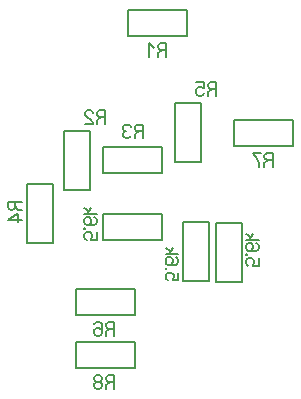
<source format=gbo>
%FSLAX34Y34*%
%MOMM*%
%LNSILK_BOTTOM*%
G71*
G01*
%ADD10C, 0.15*%
%ADD11C, 0.13*%
%ADD12C, 0.14*%
%LPD*%
G54D10*
X241000Y258000D02*
X241000Y236000D01*
X191000Y236000D01*
X191000Y258000D01*
X241000Y258000D01*
G54D10*
X259000Y251000D02*
X281000Y251000D01*
X281000Y201000D01*
X259000Y201000D01*
X259000Y251000D01*
G54D10*
X287000Y250000D02*
X309000Y250000D01*
X309000Y200000D01*
X287000Y200000D01*
X287000Y250000D01*
G54D11*
X322822Y220036D02*
X322822Y213636D01*
X318156Y213636D01*
X318156Y214436D01*
X318822Y216036D01*
X318822Y217636D01*
X318156Y219236D01*
X316822Y220036D01*
X314156Y220036D01*
X312822Y219236D01*
X312156Y217636D01*
X312156Y216036D01*
X312822Y214436D01*
X314156Y213636D01*
G54D11*
X312156Y223609D02*
X312156Y222969D01*
X312689Y222969D01*
X312689Y223609D01*
X312156Y223609D01*
X312156Y222969D01*
G54D11*
X320822Y232942D02*
X322156Y232142D01*
X322822Y230542D01*
X322822Y228942D01*
X322156Y227342D01*
X320822Y226542D01*
X317489Y226542D01*
X316822Y226542D01*
X318156Y228942D01*
X318156Y230542D01*
X317489Y232142D01*
X316156Y232942D01*
X314156Y232942D01*
X312822Y232142D01*
X312156Y230542D01*
X312156Y228942D01*
X312822Y227342D01*
X314156Y226542D01*
X317489Y226542D01*
G54D11*
X312156Y235875D02*
X322822Y235875D01*
G54D11*
X316156Y238275D02*
X312156Y240675D01*
G54D11*
X314822Y235875D02*
X318156Y240675D01*
G54D11*
X254822Y208036D02*
X254822Y201636D01*
X250156Y201636D01*
X250156Y202436D01*
X250822Y204036D01*
X250822Y205636D01*
X250156Y207236D01*
X248822Y208036D01*
X246156Y208036D01*
X244822Y207236D01*
X244156Y205636D01*
X244156Y204036D01*
X244822Y202436D01*
X246156Y201636D01*
G54D11*
X244156Y211609D02*
X244156Y210969D01*
X244689Y210969D01*
X244689Y211609D01*
X244156Y211609D01*
X244156Y210969D01*
G54D11*
X252822Y220942D02*
X254156Y220142D01*
X254822Y218542D01*
X254822Y216942D01*
X254156Y215342D01*
X252822Y214542D01*
X249489Y214542D01*
X248822Y214542D01*
X250156Y216942D01*
X250156Y218542D01*
X249489Y220142D01*
X248156Y220942D01*
X246156Y220942D01*
X244822Y220142D01*
X244156Y218542D01*
X244156Y216942D01*
X244822Y215342D01*
X246156Y214542D01*
X249489Y214542D01*
G54D11*
X244156Y223875D02*
X254822Y223875D01*
G54D11*
X248156Y226275D02*
X244156Y228675D01*
G54D11*
X246822Y223875D02*
X250156Y228675D01*
G54D11*
X185822Y242036D02*
X185822Y235636D01*
X181156Y235636D01*
X181156Y236436D01*
X181822Y238036D01*
X181822Y239636D01*
X181156Y241236D01*
X179822Y242036D01*
X177156Y242036D01*
X175822Y241236D01*
X175156Y239636D01*
X175156Y238036D01*
X175822Y236436D01*
X177156Y235636D01*
G54D11*
X175156Y245609D02*
X175156Y244969D01*
X175689Y244969D01*
X175689Y245609D01*
X175156Y245609D01*
X175156Y244969D01*
G54D11*
X183822Y254942D02*
X185156Y254142D01*
X185822Y252542D01*
X185822Y250942D01*
X185156Y249342D01*
X183822Y248542D01*
X180489Y248542D01*
X179822Y248542D01*
X181156Y250942D01*
X181156Y252542D01*
X180489Y254142D01*
X179156Y254942D01*
X177156Y254942D01*
X175822Y254142D01*
X175156Y252542D01*
X175156Y250942D01*
X175822Y249342D01*
X177156Y248542D01*
X180489Y248542D01*
G54D11*
X175156Y257875D02*
X185822Y257875D01*
G54D11*
X179156Y260275D02*
X175156Y262675D01*
G54D11*
X177822Y257875D02*
X181156Y262675D01*
G54D10*
X262000Y430000D02*
X262000Y408000D01*
X212000Y408000D01*
X212000Y430000D01*
X262000Y430000D01*
G54D12*
X241283Y396528D02*
X238683Y395083D01*
X237817Y393639D01*
X237817Y390750D01*
G54D12*
X244750Y390750D02*
X244750Y402306D01*
X240417Y402306D01*
X238683Y401583D01*
X237817Y400139D01*
X237817Y398694D01*
X238683Y397250D01*
X240417Y396528D01*
X244750Y396528D01*
G54D12*
X234639Y397972D02*
X230306Y402306D01*
X230306Y390750D01*
G54D10*
X241000Y314000D02*
X241000Y292000D01*
X191000Y292000D01*
X191000Y314000D01*
X241000Y314000D01*
G54D12*
X221283Y327528D02*
X218683Y326083D01*
X217817Y324639D01*
X217817Y321750D01*
G54D12*
X224750Y321750D02*
X224750Y333306D01*
X220417Y333306D01*
X218683Y332583D01*
X217817Y331139D01*
X217817Y329694D01*
X218683Y328250D01*
X220417Y327528D01*
X224750Y327528D01*
G54D12*
X214639Y331139D02*
X213772Y332583D01*
X212039Y333306D01*
X210306Y333306D01*
X208572Y332583D01*
X207706Y331139D01*
X207706Y329694D01*
X208572Y328250D01*
X210306Y327528D01*
X208572Y326806D01*
X207706Y325361D01*
X207706Y323917D01*
X208572Y322472D01*
X210306Y321750D01*
X212039Y321750D01*
X213772Y322472D01*
X214639Y323917D01*
G54D10*
X158000Y328000D02*
X180000Y328000D01*
X180000Y278000D01*
X158000Y278000D01*
X158000Y328000D01*
G54D12*
X189692Y339624D02*
X187092Y338180D01*
X186225Y336735D01*
X186225Y333846D01*
G54D12*
X193159Y333846D02*
X193159Y345402D01*
X188825Y345402D01*
X187092Y344680D01*
X186225Y343235D01*
X186225Y341791D01*
X187092Y340346D01*
X188825Y339624D01*
X193159Y339624D01*
G54D12*
X176114Y333846D02*
X183048Y333846D01*
X183048Y334568D01*
X182181Y336013D01*
X176981Y340346D01*
X176114Y341791D01*
X176114Y343235D01*
X176981Y344680D01*
X178714Y345402D01*
X180448Y345402D01*
X182181Y344680D01*
X183048Y343235D01*
G54D10*
X127000Y283000D02*
X149000Y283000D01*
X149000Y233000D01*
X127000Y233000D01*
X127000Y283000D01*
G54D12*
X116472Y264283D02*
X117917Y261683D01*
X119361Y260817D01*
X122250Y260817D01*
G54D12*
X122250Y267750D02*
X110694Y267750D01*
X110694Y263417D01*
X111417Y261683D01*
X112861Y260817D01*
X114306Y260817D01*
X115750Y261683D01*
X116472Y263417D01*
X116472Y267750D01*
G54D12*
X122250Y252439D02*
X110694Y252439D01*
X117917Y257639D01*
X119361Y257639D01*
X119361Y250706D01*
G54D10*
X252000Y352000D02*
X274000Y352000D01*
X274000Y302000D01*
X252000Y302000D01*
X252000Y352000D01*
G54D12*
X283692Y363624D02*
X281092Y362180D01*
X280225Y360735D01*
X280225Y357846D01*
G54D12*
X287158Y357846D02*
X287158Y369402D01*
X282825Y369402D01*
X281092Y368680D01*
X280225Y367235D01*
X280225Y365791D01*
X281092Y364346D01*
X282825Y363624D01*
X287158Y363624D01*
G54D12*
X270114Y369402D02*
X277048Y369402D01*
X277048Y364346D01*
X276181Y364346D01*
X274448Y365068D01*
X272714Y365068D01*
X270981Y364346D01*
X270114Y362902D01*
X270114Y360013D01*
X270981Y358568D01*
X272714Y357846D01*
X274448Y357846D01*
X276181Y358568D01*
X277048Y360013D01*
G54D10*
X352000Y337000D02*
X352000Y315000D01*
X302000Y315000D01*
X302000Y337000D01*
X352000Y337000D01*
G54D12*
X331283Y303528D02*
X328683Y302083D01*
X327817Y300639D01*
X327817Y297750D01*
G54D12*
X334750Y297750D02*
X334750Y309306D01*
X330417Y309306D01*
X328683Y308583D01*
X327817Y307139D01*
X327817Y305694D01*
X328683Y304250D01*
X330417Y303528D01*
X334750Y303528D01*
G54D12*
X324639Y309306D02*
X317706Y309306D01*
X318572Y307861D01*
X320306Y305694D01*
X322039Y302806D01*
X322906Y300639D01*
X322906Y297750D01*
G54D10*
X218000Y194000D02*
X218000Y172000D01*
X168000Y172000D01*
X168000Y194000D01*
X218000Y194000D01*
G54D12*
X197283Y160528D02*
X194683Y159083D01*
X193817Y157639D01*
X193817Y154750D01*
G54D12*
X200750Y154750D02*
X200750Y166306D01*
X196417Y166306D01*
X194683Y165583D01*
X193817Y164139D01*
X193817Y162694D01*
X194683Y161250D01*
X196417Y160528D01*
X200750Y160528D01*
G54D12*
X183706Y164139D02*
X184572Y165583D01*
X186306Y166306D01*
X188039Y166306D01*
X189772Y165583D01*
X190639Y164139D01*
X190639Y160528D01*
X190639Y159806D01*
X188039Y161250D01*
X186306Y161250D01*
X184572Y160528D01*
X183706Y159083D01*
X183706Y156917D01*
X184572Y155472D01*
X186306Y154750D01*
X188039Y154750D01*
X189772Y155472D01*
X190639Y156917D01*
X190639Y160528D01*
G54D10*
X218000Y149000D02*
X218000Y127000D01*
X168000Y127000D01*
X168000Y149000D01*
X218000Y149000D01*
G54D12*
X197283Y115528D02*
X194683Y114083D01*
X193817Y112639D01*
X193817Y109750D01*
G54D12*
X200750Y109750D02*
X200750Y121306D01*
X196417Y121306D01*
X194683Y120583D01*
X193817Y119139D01*
X193817Y117694D01*
X194683Y116250D01*
X196417Y115528D01*
X200750Y115528D01*
G54D12*
X186306Y115528D02*
X188039Y115528D01*
X189772Y116250D01*
X190639Y117694D01*
X190639Y119139D01*
X189772Y120583D01*
X188039Y121306D01*
X186306Y121306D01*
X184572Y120583D01*
X183706Y119139D01*
X183706Y117694D01*
X184572Y116250D01*
X186306Y115528D01*
X184572Y114806D01*
X183706Y113361D01*
X183706Y111917D01*
X184572Y110472D01*
X186306Y109750D01*
X188039Y109750D01*
X189772Y110472D01*
X190639Y111917D01*
X190639Y113361D01*
X189772Y114806D01*
X188039Y115528D01*
M02*

</source>
